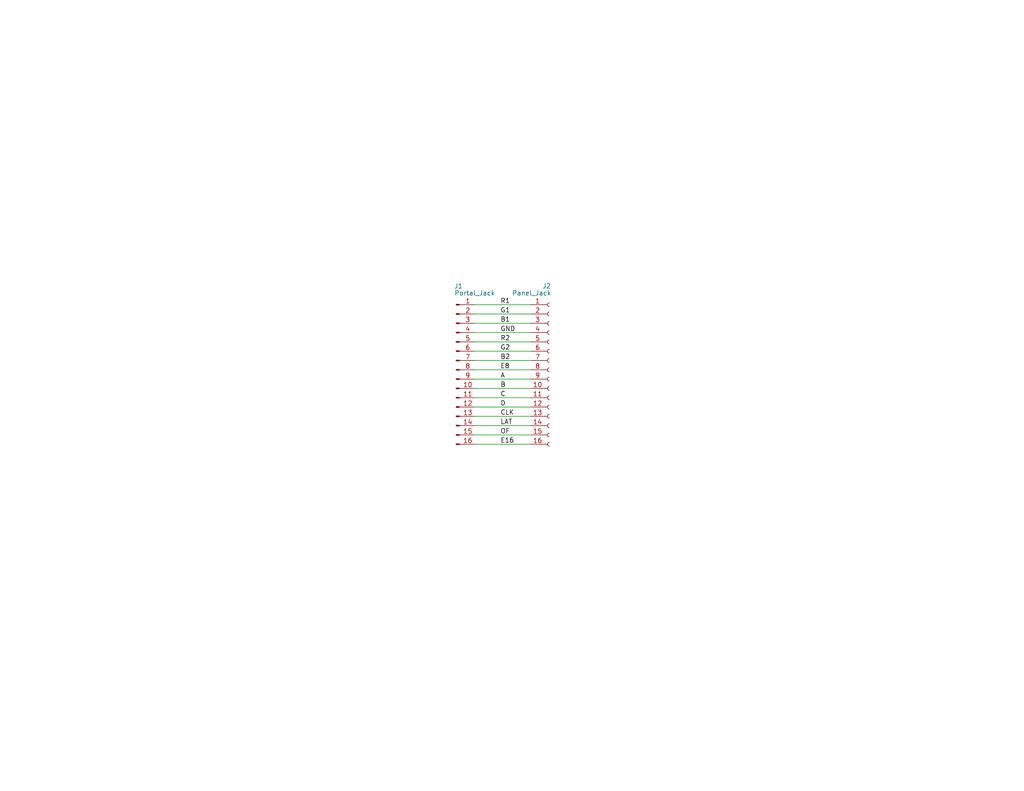
<source format=kicad_sch>
(kicad_sch (version 20230121) (generator eeschema)
  (paper "USLetter")
  (title_block (title "Matrix Portal HUB75 Adapter") (date "2023-08-23") (rev "1.0.0"))
  (lib_symbols
    (symbol "Connector:Conn_01x16_Pin" (pin_names (offset 1.016) hide)
      (property "Reference" "J" (at 0 20.32 0))
      (property "Value" "Conn_01x16_Pin" (at 0 -22.86 0))
      (symbol "Conn_01x16_Pin_1_1"
        (polyline (pts (xy 1.27 -20.32) (xy 0.8636 -20.32)) (stroke (width 0.1524)))
        (polyline (pts (xy 1.27 -17.78) (xy 0.8636 -17.78)) (stroke (width 0.1524)))
        (polyline (pts (xy 1.27 -15.24) (xy 0.8636 -15.24)) (stroke (width 0.1524)))
        (polyline (pts (xy 1.27 -12.7) (xy 0.8636 -12.7)) (stroke (width 0.1524)))
        (polyline (pts (xy 1.27 -10.16) (xy 0.8636 -10.16)) (stroke (width 0.1524)))
        (polyline (pts (xy 1.27 -7.62) (xy 0.8636 -7.62)) (stroke (width 0.1524)))
        (polyline (pts (xy 1.27 -5.08) (xy 0.8636 -5.08)) (stroke (width 0.1524)))
        (polyline (pts (xy 1.27 -2.54) (xy 0.8636 -2.54)) (stroke (width 0.1524)))
        (polyline (pts (xy 1.27 0) (xy 0.8636 0)) (stroke (width 0.1524)))
        (polyline (pts (xy 1.27 2.54) (xy 0.8636 2.54)) (stroke (width 0.1524)))
        (polyline (pts (xy 1.27 5.08) (xy 0.8636 5.08)) (stroke (width 0.1524)))
        (polyline (pts (xy 1.27 7.62) (xy 0.8636 7.62)) (stroke (width 0.1524)))
        (polyline (pts (xy 1.27 10.16) (xy 0.8636 10.16)) (stroke (width 0.1524)))
        (polyline (pts (xy 1.27 12.7) (xy 0.8636 12.7)) (stroke (width 0.1524)))
        (polyline (pts (xy 1.27 15.24) (xy 0.8636 15.24)) (stroke (width 0.1524)))
        (polyline (pts (xy 1.27 17.78) (xy 0.8636 17.78)) (stroke (width 0.1524)))
        (rectangle (start 0.8636 -20.193) (end 0 -20.447) (stroke (width 0.1524)) (fill (type outline)))
        (rectangle (start 0.8636 -17.653) (end 0 -17.907) (stroke (width 0.1524)) (fill (type outline)))
        (rectangle (start 0.8636 -15.113) (end 0 -15.367) (stroke (width 0.1524)) (fill (type outline)))
        (rectangle (start 0.8636 -12.573) (end 0 -12.827) (stroke (width 0.1524)) (fill (type outline)))
        (rectangle (start 0.8636 -10.033) (end 0 -10.287) (stroke (width 0.1524)) (fill (type outline)))
        (rectangle (start 0.8636 -7.493) (end 0 -7.747) (stroke (width 0.1524)) (fill (type outline)))
        (rectangle (start 0.8636 -4.953) (end 0 -5.207) (stroke (width 0.1524)) (fill (type outline)))
        (rectangle (start 0.8636 -2.413) (end 0 -2.667) (stroke (width 0.1524)) (fill (type outline)))
        (rectangle (start 0.8636 0.127) (end 0 -0.127) (stroke (width 0.1524)) (fill (type outline)))
        (rectangle (start 0.8636 2.667) (end 0 2.413) (stroke (width 0.1524)) (fill (type outline)))
        (rectangle (start 0.8636 5.207) (end 0 4.953) (stroke (width 0.1524)) (fill (type outline)))
        (rectangle (start 0.8636 7.747) (end 0 7.493) (stroke (width 0.1524)) (fill (type outline)))
        (rectangle (start 0.8636 10.287) (end 0 10.033) (stroke (width 0.1524)) (fill (type outline)))
        (rectangle (start 0.8636 12.827) (end 0 12.573) (stroke (width 0.1524)) (fill (type outline)))
        (rectangle (start 0.8636 15.367) (end 0 15.113) (stroke (width 0.1524)) (fill (type outline)))
        (rectangle (start 0.8636 17.907) (end 0 17.653) (stroke (width 0.1524)) (fill (type outline)))
        (pin passive line (at 5.08 17.78 180) (length 3.81) (name "Pin_1") (number "1"))
        (pin passive line (at 5.08 -5.08 180) (length 3.81) (name "Pin_10") (number "10"))
        (pin passive line (at 5.08 -7.62 180) (length 3.81) (name "Pin_11") (number "11"))
        (pin passive line (at 5.08 -10.16 180) (length 3.81) (name "Pin_12") (number "12"))
        (pin passive line (at 5.08 -12.7 180) (length 3.81) (name "Pin_13") (number "13"))
        (pin passive line (at 5.08 -15.24 180) (length 3.81) (name "Pin_14") (number "14"))
        (pin passive line (at 5.08 -17.78 180) (length 3.81) (name "Pin_15") (number "15"))
        (pin passive line (at 5.08 -20.32 180) (length 3.81) (name "Pin_16") (number "16"))
        (pin passive line (at 5.08 15.24 180) (length 3.81) (name "Pin_2") (number "2"))
        (pin passive line (at 5.08 12.7 180) (length 3.81) (name "Pin_3") (number "3"))
        (pin passive line (at 5.08 10.16 180) (length 3.81) (name "Pin_4") (number "4"))
        (pin passive line (at 5.08 7.62 180) (length 3.81) (name "Pin_5") (number "5"))
        (pin passive line (at 5.08 5.08 180) (length 3.81) (name "Pin_6") (number "6"))
        (pin passive line (at 5.08 2.54 180) (length 3.81) (name "Pin_7") (number "7"))
        (pin passive line (at 5.08 0 180) (length 3.81) (name "Pin_8") (number "8"))
        (pin passive line (at 5.08 -2.54 180) (length 3.81) (name "Pin_9") (number "9"))
      )
    )
    (symbol "Connector:Conn_01x16_Socket" (pin_names (offset 1.016) hide)
      (property "Reference" "J" (at 0 20.32 0))
      (property "Value" "Conn_01x16_Socket" (at 0 -22.86 0))
      (symbol "Conn_01x16_Socket_1_1"
        (arc (start 0 -19.812) (mid -0.5058 -20.32) (end 0 -20.828) (stroke (width 0.1524)))
        (arc (start 0 -17.272) (mid -0.5058 -17.78) (end 0 -18.288) (stroke (width 0.1524)))
        (arc (start 0 -14.732) (mid -0.5058 -15.24) (end 0 -15.748) (stroke (width 0.1524)))
        (arc (start 0 -12.192) (mid -0.5058 -12.7) (end 0 -13.208) (stroke (width 0.1524)))
        (arc (start 0 -9.652) (mid -0.5058 -10.16) (end 0 -10.668) (stroke (width 0.1524)))
        (arc (start 0 -7.112) (mid -0.5058 -7.62) (end 0 -8.128) (stroke (width 0.1524)))
        (arc (start 0 -4.572) (mid -0.5058 -5.08) (end 0 -5.588) (stroke (width 0.1524)))
        (arc (start 0 -2.032) (mid -0.5058 -2.54) (end 0 -3.048) (stroke (width 0.1524)))
        (polyline (pts (xy -1.27 -20.32) (xy -0.508 -20.32)) (stroke (width 0.1524)))
        (polyline (pts (xy -1.27 -17.78) (xy -0.508 -17.78)) (stroke (width 0.1524)))
        (polyline (pts (xy -1.27 -15.24) (xy -0.508 -15.24)) (stroke (width 0.1524)))
        (polyline (pts (xy -1.27 -12.7) (xy -0.508 -12.7)) (stroke (width 0.1524)))
        (polyline (pts (xy -1.27 -10.16) (xy -0.508 -10.16)) (stroke (width 0.1524)))
        (polyline (pts (xy -1.27 -7.62) (xy -0.508 -7.62)) (stroke (width 0.1524)))
        (polyline (pts (xy -1.27 -5.08) (xy -0.508 -5.08)) (stroke (width 0.1524)))
        (polyline (pts (xy -1.27 -2.54) (xy -0.508 -2.54)) (stroke (width 0.1524)))
        (polyline (pts (xy -1.27 0) (xy -0.508 0)) (stroke (width 0.1524)))
        (polyline (pts (xy -1.27 2.54) (xy -0.508 2.54)) (stroke (width 0.1524)))
        (polyline (pts (xy -1.27 5.08) (xy -0.508 5.08)) (stroke (width 0.1524)))
        (polyline (pts (xy -1.27 7.62) (xy -0.508 7.62)) (stroke (width 0.1524)))
        (polyline (pts (xy -1.27 10.16) (xy -0.508 10.16)) (stroke (width 0.1524)))
        (polyline (pts (xy -1.27 12.7) (xy -0.508 12.7)) (stroke (width 0.1524)))
        (polyline (pts (xy -1.27 15.24) (xy -0.508 15.24)) (stroke (width 0.1524)))
        (polyline (pts (xy -1.27 17.78) (xy -0.508 17.78)) (stroke (width 0.1524)))
        (arc (start 0 0.508) (mid -0.5058 0) (end 0 -0.508) (stroke (width 0.1524)))
        (arc (start 0 3.048) (mid -0.5058 2.54) (end 0 2.032) (stroke (width 0.1524)))
        (arc (start 0 5.588) (mid -0.5058 5.08) (end 0 4.572) (stroke (width 0.1524)))
        (arc (start 0 8.128) (mid -0.5058 7.62) (end 0 7.112) (stroke (width 0.1524)))
        (arc (start 0 10.668) (mid -0.5058 10.16) (end 0 9.652) (stroke (width 0.1524)))
        (arc (start 0 13.208) (mid -0.5058 12.7) (end 0 12.192) (stroke (width 0.1524)))
        (arc (start 0 15.748) (mid -0.5058 15.24) (end 0 14.732) (stroke (width 0.1524)))
        (arc (start 0 18.288) (mid -0.5058 17.78) (end 0 17.272) (stroke (width 0.1524)))
        (pin passive line (at -5.08 17.78 0) (length 3.81) (name "Pin_1") (number "1"))
        (pin passive line (at -5.08 -5.08 0) (length 3.81) (name "Pin_10") (number "10"))
        (pin passive line (at -5.08 -7.62 0) (length 3.81) (name "Pin_11") (number "11"))
        (pin passive line (at -5.08 -10.16 0) (length 3.81) (name "Pin_12") (number "12"))
        (pin passive line (at -5.08 -12.7 0) (length 3.81) (name "Pin_13") (number "13"))
        (pin passive line (at -5.08 -15.24 0) (length 3.81) (name "Pin_14") (number "14"))
        (pin passive line (at -5.08 -17.78 0) (length 3.81) (name "Pin_15") (number "15"))
        (pin passive line (at -5.08 -20.32 0) (length 3.81) (name "Pin_16") (number "16"))
        (pin passive line (at -5.08 15.24 0) (length 3.81) (name "Pin_2") (number "2"))
        (pin passive line (at -5.08 12.7 0) (length 3.81) (name "Pin_3") (number "3"))
        (pin passive line (at -5.08 10.16 0) (length 3.81) (name "Pin_4") (number "4"))
        (pin passive line (at -5.08 7.62 0) (length 3.81) (name "Pin_5") (number "5"))
        (pin passive line (at -5.08 5.08 0) (length 3.81) (name "Pin_6") (number "6"))
        (pin passive line (at -5.08 2.54 0) (length 3.81) (name "Pin_7") (number "7"))
        (pin passive line (at -5.08 0 0) (length 3.81) (name "Pin_8") (number "8"))
        (pin passive line (at -5.08 -2.54 0) (length 3.81) (name "Pin_9") (number "9"))
      )
    )
  )
  (wire (pts (xy 129.54 111.125) (xy 144.78 111.125)))
  (wire (pts (xy 129.54 116.205) (xy 144.78 116.205)))
  (wire (pts (xy 129.54 121.285) (xy 144.78 121.285)))
  (wire (pts (xy 129.54 90.805) (xy 144.78 90.805)))
  (wire (pts (xy 129.54 83.185) (xy 144.78 83.185)))
  (wire (pts (xy 129.54 118.745) (xy 144.78 118.745)))
  (wire (pts (xy 129.54 85.725) (xy 144.78 85.725)))
  (wire (pts (xy 129.54 100.965) (xy 144.78 100.965)))
  (wire (pts (xy 129.54 88.265) (xy 144.78 88.265)))
  (wire (pts (xy 129.54 113.665) (xy 144.78 113.665)))
  (wire (pts (xy 129.54 108.585) (xy 144.78 108.585)))
  (wire (pts (xy 129.54 95.885) (xy 144.78 95.885)))
  (wire (pts (xy 129.54 98.425) (xy 144.78 98.425)))
  (wire (pts (xy 129.54 103.505) (xy 144.78 103.505)))
  (wire (pts (xy 129.54 93.345) (xy 144.78 93.345)))
  (wire (pts (xy 129.54 106.045) (xy 144.78 106.045)))
  (label "C" (at 136.525 108.585 0))
  (label "LAT" (at 136.525 116.205 0))
  (label "B1" (at 136.525 88.265 0))
  (label "B" (at 136.525 106.045 0))
  (label "E8" (at 136.525 100.965 0))
  (label "G2" (at 136.525 95.885 0))
  (label "A" (at 136.525 103.505 0))
  (label "GND" (at 136.525 90.805 0))
  (label "OF" (at 136.525 118.745 0))
  (label "CLK" (at 136.525 113.665 0))
  (label "B2" (at 136.525 98.425 0))
  (label "R2" (at 136.525 93.345 0))
  (label "E16" (at 136.525 121.285 0))
  (label "G1" (at 136.525 85.725 0))
  (label "R1" (at 136.525 83.185 0))
  (label "D" (at 136.525 111.125 0))
  (symbol (lib_id "Connector:Conn_01x16_Socket") (at 149.86 100.965 0) (unit 1)
    (property "Reference" "J2" (at 147.955 78.105 0) (effects (justify left)))
    (property "Value" "Panel_Jack" (at 139.7 80.01 0) (effects (justify left)))
    (property "Footprint" "Connector_IDC:IDC-Header_2x08_P2.54mm_Vertical" (effects hide))
  )
  (symbol (lib_id "Connector:Conn_01x16_Pin") (at 124.46 100.965 0) (unit 1)
    (property "Reference" "J1" (at 125.095 78.105 0))
    (property "Value" "Portal_Jack" (at 129.54 80.01 0))
    (property "Footprint" "Connector_IDC:IDC-Header_2x08_P2.54mm_Vertical" (effects hide))
  )
)
</source>
